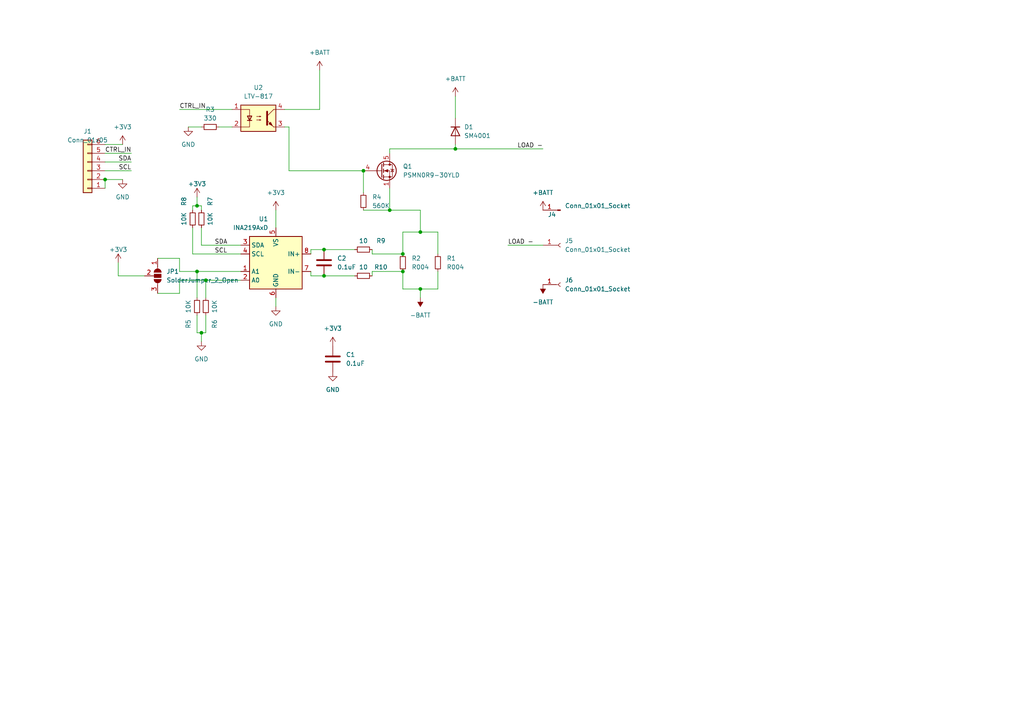
<source format=kicad_sch>
(kicad_sch (version 20230121) (generator eeschema)
  (paper "A4")
  (lib_symbols
    (symbol "Connector:Conn_01x01_Pin" (pin_names (offset 1.016) hide)
      (property "Reference" "J" (at 0 2.54 0))
      (property "Value" "Conn_01x01_Pin" (at 0 -2.54 0))
      (symbol "Conn_01x01_Pin_1_1"
        (polyline (pts (xy 1.27 0) (xy 0.8636 0)) (stroke (width 0.1524)))
        (rectangle (start 0.8636 0.127) (end 0 -0.127) (stroke (width 0.1524)) (fill (type outline)))
        (pin passive line (at 5.08 0 180) (length 3.81) (name "Pin_1") (number "1"))
      )
    )
    (symbol "Connector:Conn_01x01_Socket" (pin_names (offset 1.016) hide)
      (property "Reference" "J" (at 0 2.54 0))
      (property "Value" "Conn_01x01_Socket" (at 0 -2.54 0))
      (symbol "Conn_01x01_Socket_1_1"
        (polyline (pts (xy -1.27 0) (xy -0.508 0)) (stroke (width 0.1524)))
        (arc (start 0 0.508) (mid -0.5058 0) (end 0 -0.508) (stroke (width 0.1524)))
        (pin passive line (at -5.08 0 0) (length 3.81) (name "Pin_1") (number "1"))
      )
    )
    (symbol "Connector_Generic:Conn_01x06" (pin_names (offset 1.016) hide)
      (property "Reference" "J" (at 0 7.62 0))
      (property "Value" "Conn_01x06" (at 0 -10.16 0))
      (symbol "Conn_01x06_1_1"
        (rectangle (start -1.27 -7.493) (end 0 -7.747) (stroke (width 0.1524)))
        (rectangle (start -1.27 -4.953) (end 0 -5.207) (stroke (width 0.1524)))
        (rectangle (start -1.27 -2.413) (end 0 -2.667) (stroke (width 0.1524)))
        (rectangle (start -1.27 0.127) (end 0 -0.127) (stroke (width 0.1524)))
        (rectangle (start -1.27 2.667) (end 0 2.413) (stroke (width 0.1524)))
        (rectangle (start -1.27 5.207) (end 0 4.953) (stroke (width 0.1524)))
        (rectangle (start -1.27 6.35) (end 1.27 -8.89) (stroke (width 0.254)) (fill (type background)))
        (pin passive line (at -5.08 5.08 0) (length 3.81) (name "Pin_1") (number "1"))
        (pin passive line (at -5.08 2.54 0) (length 3.81) (name "Pin_2") (number "2"))
        (pin passive line (at -5.08 0 0) (length 3.81) (name "Pin_3") (number "3"))
        (pin passive line (at -5.08 -2.54 0) (length 3.81) (name "Pin_4") (number "4"))
        (pin passive line (at -5.08 -5.08 0) (length 3.81) (name "Pin_5") (number "5"))
        (pin passive line (at -5.08 -7.62 0) (length 3.81) (name "Pin_6") (number "6"))
      )
    )
    (symbol "Custom_Components:PSMN0R9-30YLD" (pin_names hide)
      (property "Reference" "Q" (at 6.35 2.54 0))
      (property "Value" "PSMN0R9-30YLD" (at 12.7 0 0))
      (symbol "PSMN0R9-30YLD_0_1"
        (polyline (pts (xy 0.254 0) (xy -2.54 0)))
        (polyline (pts (xy 0.254 1.905) (xy 0.254 -1.905)) (stroke (width 0.254)))
        (polyline (pts (xy 0.762 -1.27) (xy 0.762 -2.286)) (stroke (width 0.254)))
        (polyline (pts (xy 0.762 0.508) (xy 0.762 -0.508)) (stroke (width 0.254)))
        (polyline (pts (xy 0.762 2.286) (xy 0.762 1.27)) (stroke (width 0.254)))
        (polyline (pts (xy 2.54 2.54) (xy 2.54 1.778)))
        (polyline (pts (xy 2.54 -2.54) (xy 2.54 0) (xy 0.762 0)))
        (polyline (pts (xy 0.762 -1.778) (xy 3.302 -1.778) (xy 3.302 1.778) (xy 0.762 1.778)))
        (polyline (pts (xy 1.016 0) (xy 2.032 0.381) (xy 2.032 -0.381) (xy 1.016 0)) (fill (type outline)))
        (polyline (pts (xy 2.794 0.508) (xy 2.921 0.381) (xy 3.683 0.381) (xy 3.81 0.254)))
        (polyline (pts (xy 3.302 0.381) (xy 2.921 -0.254) (xy 3.683 -0.254) (xy 3.302 0.381)))
        (circle (center 1.651 0) (radius 2.794) (stroke (width 0.254)))
        (circle (center 2.54 -1.778) (radius 0.254) (fill (type outline)))
        (circle (center 2.54 1.778) (radius 0.254) (fill (type outline)))
      )
      (symbol "PSMN0R9-30YLD_1_1"
        (pin passive line (at 2.54 -5.08 90) (length 2.54) (name "S") (number "1"))
        (pin passive line (at 2.54 -5.08 90) (length 2.54) hide (name "S") (number "2"))
        (pin passive line (at 2.54 -5.08 90) (length 2.54) hide (name "S") (number "3"))
        (pin passive line (at -5.08 0 0) (length 2.54) (name "G") (number "4"))
        (pin passive line (at 2.54 5.08 270) (length 2.54) (name "D") (number "5"))
      )
    )
    (symbol "Device:C" (pin_numbers hide) (pin_names (offset 0.254))
      (property "Reference" "C" (at 0.635 2.54 0))
      (property "Value" "C" (at 0.635 -2.54 0))
      (symbol "C_0_1"
        (polyline (pts (xy -2.032 -0.762) (xy 2.032 -0.762)) (stroke (width 0.508)))
        (polyline (pts (xy -2.032 0.762) (xy 2.032 0.762)) (stroke (width 0.508)))
      )
      (symbol "C_1_1"
        (pin passive line (at 0 3.81 270) (length 2.794) (name "~") (number "1"))
        (pin passive line (at 0 -3.81 90) (length 2.794) (name "~") (number "2"))
      )
    )
    (symbol "Device:R_Small" (pin_numbers hide) (pin_names (offset 0.254) hide)
      (property "Reference" "R" (at 0.762 0.508 0))
      (property "Value" "R_Small" (at 0.762 -1.016 0))
      (symbol "R_Small_0_1"
        (rectangle (start -0.762 1.778) (end 0.762 -1.778) (stroke (width 0.2032)))
      )
      (symbol "R_Small_1_1"
        (pin passive line (at 0 2.54 270) (length 0.762) (name "~") (number "1"))
        (pin passive line (at 0 -2.54 90) (length 0.762) (name "~") (number "2"))
      )
    )
    (symbol "Diode:SM4001" (pin_numbers hide) (pin_names hide)
      (property "Reference" "D" (at 0 2.54 0))
      (property "Value" "SM4001" (at 0 -2.54 0))
      (symbol "SM4001_0_1"
        (polyline (pts (xy -1.27 1.27) (xy -1.27 -1.27)) (stroke (width 0.254)))
        (polyline (pts (xy 1.27 0) (xy -1.27 0)))
        (polyline (pts (xy 1.27 1.27) (xy 1.27 -1.27) (xy -1.27 0) (xy 1.27 1.27)) (stroke (width 0.254)))
      )
      (symbol "SM4001_1_1"
        (pin passive line (at -3.81 0 0) (length 2.54) (name "K") (number "1"))
        (pin passive line (at 3.81 0 180) (length 2.54) (name "A") (number "2"))
      )
    )
    (symbol "Isolator:LTV-817" (pin_names (offset 1.016))
      (property "Reference" "U" (at -5.08 5.08 0))
      (property "Value" "LTV-817" (at 0 5.08 0))
      (symbol "LTV-817_0_1"
        (rectangle (start -5.08 3.81) (end 5.08 -3.81) (stroke (width 0.254)) (fill (type background)))
        (polyline (pts (xy -3.175 -0.635) (xy -1.905 -0.635)) (stroke (width 0.254)))
        (polyline (pts (xy 2.54 0.635) (xy 4.445 2.54)))
        (polyline (pts (xy 4.445 -2.54) (xy 2.54 -0.635)) (fill (type outline)))
        (polyline (pts (xy 4.445 -2.54) (xy 5.08 -2.54)))
        (polyline (pts (xy 4.445 2.54) (xy 5.08 2.54)))
        (polyline (pts (xy -5.08 2.54) (xy -2.54 2.54) (xy -2.54 -0.762)))
        (polyline (pts (xy -2.54 -0.635) (xy -2.54 -2.54) (xy -5.08 -2.54)))
        (polyline (pts (xy 2.54 1.905) (xy 2.54 -1.905) (xy 2.54 -1.905)) (stroke (width 0.508)))
        (polyline (pts (xy -2.54 -0.635) (xy -3.175 0.635) (xy -1.905 0.635) (xy -2.54 -0.635)) (stroke (width 0.254)))
        (polyline (pts (xy -0.508 -0.508) (xy 0.762 -0.508) (xy 0.381 -0.635) (xy 0.381 -0.381) (xy 0.762 -0.508)))
        (polyline (pts (xy -0.508 0.508) (xy 0.762 0.508) (xy 0.381 0.381) (xy 0.381 0.635) (xy 0.762 0.508)))
        (polyline (pts (xy 3.048 -1.651) (xy 3.556 -1.143) (xy 4.064 -2.159) (xy 3.048 -1.651) (xy 3.048 -1.651)) (fill (type outline)))
      )
      (symbol "LTV-817_1_1"
        (pin passive line (at -7.62 2.54 0) (length 2.54) (name "~") (number "1"))
        (pin passive line (at -7.62 -2.54 0) (length 2.54) (name "~") (number "2"))
        (pin passive line (at 7.62 -2.54 180) (length 2.54) (name "~") (number "3"))
        (pin passive line (at 7.62 2.54 180) (length 2.54) (name "~") (number "4"))
      )
    )
    (symbol "Jumper:SolderJumper_3_Open" (pin_names (offset 0) hide)
      (property "Reference" "JP" (at -2.54 -2.54 0))
      (property "Value" "SolderJumper_3_Open" (at 0 2.794 0))
      (symbol "SolderJumper_3_Open_0_1"
        (arc (start -1.016 1.016) (mid -2.0276 0) (end -1.016 -1.016))
        (arc (start -1.016 1.016) (mid -2.0276 0) (end -1.016 -1.016) (fill (type outline)))
        (rectangle (start -0.508 1.016) (end 0.508 -1.016) (fill (type outline)))
        (polyline (pts (xy -2.54 0) (xy -2.032 0)))
        (polyline (pts (xy -1.016 1.016) (xy -1.016 -1.016)))
        (polyline (pts (xy 0 -1.27) (xy 0 -1.016)))
        (polyline (pts (xy 1.016 1.016) (xy 1.016 -1.016)))
        (polyline (pts (xy 2.54 0) (xy 2.032 0)))
        (arc (start 1.016 -1.016) (mid 2.0276 0) (end 1.016 1.016))
        (arc (start 1.016 -1.016) (mid 2.0276 0) (end 1.016 1.016) (fill (type outline)))
      )
      (symbol "SolderJumper_3_Open_1_1"
        (pin passive line (at -5.08 0 0) (length 2.54) (name "A") (number "1"))
        (pin passive line (at 0 -3.81 90) (length 2.54) (name "C") (number "2"))
        (pin passive line (at 5.08 0 180) (length 2.54) (name "B") (number "3"))
      )
    )
    (symbol "Sensor_Energy:INA219AxD"
      (property "Reference" "U" (at -6.35 8.89 0))
      (property "Value" "INA219AxD" (at 5.08 8.89 0))
      (symbol "INA219AxD_0_1"
        (rectangle (start -7.62 7.62) (end 7.62 -7.62) (stroke (width 0.254)) (fill (type background)))
      )
      (symbol "INA219AxD_1_1"
        (pin input line (at 10.16 -2.54 180) (length 2.54) (name "A1") (number "1"))
        (pin input line (at 10.16 -5.08 180) (length 2.54) (name "A0") (number "2"))
        (pin bidirectional line (at 10.16 5.08 180) (length 2.54) (name "SDA") (number "3"))
        (pin input line (at 10.16 2.54 180) (length 2.54) (name "SCL") (number "4"))
        (pin power_in line (at 0 10.16 270) (length 2.54) (name "VS") (number "5"))
        (pin power_in line (at 0 -10.16 90) (length 2.54) (name "GND") (number "6"))
        (pin input line (at -10.16 -2.54 0) (length 2.54) (name "IN-") (number "7"))
        (pin input line (at -10.16 2.54 0) (length 2.54) (name "IN+") (number "8"))
      )
    )
    (symbol "power:+3V3" (power) (pin_names (offset 0))
      (property "Value" "+3V3" (at 0 3.556 0))
      (symbol "+3V3_0_1"
        (polyline (pts (xy -0.762 1.27) (xy 0 2.54)))
        (polyline (pts (xy 0 0) (xy 0 2.54)))
        (polyline (pts (xy 0 2.54) (xy 0.762 1.27)))
      )
      (symbol "+3V3_1_1"
        (pin power_in line (at 0 0 90) (length 0) hide (name "+3V3") (number "1"))
      )
    )
    (symbol "power:+BATT" (power) (pin_names (offset 0))
      (property "Value" "+BATT" (at 0 3.556 0))
      (symbol "+BATT_0_1"
        (polyline (pts (xy -0.762 1.27) (xy 0 2.54)))
        (polyline (pts (xy 0 0) (xy 0 2.54)))
        (polyline (pts (xy 0 2.54) (xy 0.762 1.27)))
      )
      (symbol "+BATT_1_1"
        (pin power_in line (at 0 0 90) (length 0) hide (name "+BATT") (number "1"))
      )
    )
    (symbol "power:-BATT" (power) (pin_names (offset 0))
      (property "Value" "-BATT" (at 0 3.556 0))
      (symbol "-BATT_0_1"
        (polyline (pts (xy 0 0) (xy 0 2.54)))
        (polyline (pts (xy 0.762 1.27) (xy -0.762 1.27) (xy 0 2.54) (xy 0.762 1.27)) (fill (type outline)))
      )
      (symbol "-BATT_1_1"
        (pin power_in line (at 0 0 90) (length 0) hide (name "-BATT") (number "1"))
      )
    )
    (symbol "power:GND" (power) (pin_names (offset 0))
      (property "Value" "GND" (at 0 -3.81 0))
      (symbol "GND_0_1"
        (polyline (pts (xy 0 0) (xy 0 -1.27) (xy 1.27 -1.27) (xy 0 -2.54) (xy -1.27 -1.27) (xy 0 -1.27)))
      )
      (symbol "GND_1_1"
        (pin power_in line (at 0 0 270) (length 0) hide (name "GND") (number "1"))
      )
    )
  )
  (junction (at 121.92 67.31))
  (junction (at 30.48 52.07))
  (junction (at 116.84 78.74))
  (junction (at 93.98 80.01))
  (junction (at 93.98 72.39))
  (junction (at 57.15 78.74))
  (junction (at 113.03 60.96))
  (junction (at 132.08 43.18))
  (junction (at 57.15 59.69))
  (junction (at 105.41 49.53))
  (junction (at 121.92 83.82))
  (junction (at 116.84 73.66))
  (junction (at 58.42 96.52))
  (junction (at 59.69 81.28))
  (wire (pts (xy 35.56 52.07) (xy 30.48 52.07)))
  (wire (pts (xy 116.84 67.31) (xy 121.92 67.31)))
  (wire (pts (xy 107.95 78.74) (xy 116.84 78.74)))
  (wire (pts (xy 55.88 66.04) (xy 55.88 73.66)))
  (wire (pts (xy 52.07 31.75) (xy 67.31 31.75)))
  (wire (pts (xy 90.17 72.39) (xy 90.17 73.66)))
  (wire (pts (xy 90.17 72.39) (xy 93.98 72.39)))
  (wire (pts (xy 52.07 81.28) (xy 59.69 81.28)))
  (wire (pts (xy 80.01 88.9) (xy 80.01 86.36)))
  (wire (pts (xy 45.72 74.93) (xy 52.07 74.93)))
  (wire (pts (xy 30.48 44.45) (xy 38.1 44.45)))
  (wire (pts (xy 107.95 73.66) (xy 116.84 73.66)))
  (wire (pts (xy 54.61 36.83) (xy 58.42 36.83)))
  (wire (pts (xy 121.92 60.96) (xy 113.03 60.96)))
  (wire (pts (xy 116.84 78.74) (xy 116.84 83.82)))
  (wire (pts (xy 58.42 71.12) (xy 69.85 71.12)))
  (wire (pts (xy 107.95 80.01) (xy 107.95 78.74)))
  (wire (pts (xy 57.15 78.74) (xy 69.85 78.74)))
  (wire (pts (xy 90.17 80.01) (xy 90.17 78.74)))
  (wire (pts (xy 107.95 72.39) (xy 107.95 73.66)))
  (wire (pts (xy 30.48 49.53) (xy 38.1 49.53)))
  (wire (pts (xy 30.48 41.91) (xy 35.56 41.91)))
  (wire (pts (xy 121.92 60.96) (xy 121.92 67.31)))
  (wire (pts (xy 121.92 83.82) (xy 116.84 83.82)))
  (wire (pts (xy 105.41 49.53) (xy 105.41 55.88)))
  (wire (pts (xy 121.92 83.82) (xy 127 83.82)))
  (wire (pts (xy 127 67.31) (xy 127 73.66)))
  (wire (pts (xy 58.42 99.06) (xy 58.42 96.52)))
  (wire (pts (xy 59.69 81.28) (xy 69.85 81.28)))
  (wire (pts (xy 52.07 74.93) (xy 52.07 78.74)))
  (wire (pts (xy 63.5 36.83) (xy 67.31 36.83)))
  (wire (pts (xy 83.82 36.83) (xy 83.82 49.53)))
  (wire (pts (xy 55.88 73.66) (xy 69.85 73.66)))
  (wire (pts (xy 132.08 43.18) (xy 113.03 43.18)))
  (wire (pts (xy 57.15 78.74) (xy 57.15 86.36)))
  (wire (pts (xy 57.15 96.52) (xy 57.15 91.44)))
  (wire (pts (xy 121.92 67.31) (xy 127 67.31)))
  (wire (pts (xy 52.07 85.09) (xy 52.07 81.28)))
  (wire (pts (xy 132.08 43.18) (xy 157.48 43.18)))
  (wire (pts (xy 82.55 36.83) (xy 83.82 36.83)))
  (wire (pts (xy 58.42 60.96) (xy 58.42 59.69)))
  (wire (pts (xy 58.42 59.69) (xy 57.15 59.69)))
  (wire (pts (xy 113.03 43.18) (xy 113.03 44.45)))
  (wire (pts (xy 147.32 71.12) (xy 157.48 71.12)))
  (wire (pts (xy 132.08 41.91) (xy 132.08 43.18)))
  (wire (pts (xy 58.42 96.52) (xy 59.69 96.52)))
  (wire (pts (xy 113.03 54.61) (xy 113.03 60.96)))
  (wire (pts (xy 90.17 80.01) (xy 93.98 80.01)))
  (wire (pts (xy 83.82 49.53) (xy 105.41 49.53)))
  (wire (pts (xy 93.98 80.01) (xy 102.87 80.01)))
  (wire (pts (xy 59.69 96.52) (xy 59.69 91.44)))
  (wire (pts (xy 132.08 27.94) (xy 132.08 34.29)))
  (wire (pts (xy 30.48 52.07) (xy 30.48 54.61)))
  (wire (pts (xy 82.55 31.75) (xy 92.71 31.75)))
  (wire (pts (xy 55.88 60.96) (xy 55.88 59.69)))
  (wire (pts (xy 30.48 46.99) (xy 38.1 46.99)))
  (wire (pts (xy 57.15 59.69) (xy 57.15 57.15)))
  (wire (pts (xy 34.29 80.01) (xy 41.91 80.01)))
  (wire (pts (xy 52.07 78.74) (xy 57.15 78.74)))
  (wire (pts (xy 57.15 96.52) (xy 58.42 96.52)))
  (wire (pts (xy 93.98 72.39) (xy 102.87 72.39)))
  (wire (pts (xy 121.92 86.36) (xy 121.92 83.82)))
  (wire (pts (xy 80.01 60.96) (xy 80.01 66.04)))
  (wire (pts (xy 34.29 76.2) (xy 34.29 80.01)))
  (wire (pts (xy 105.41 60.96) (xy 113.03 60.96)))
  (wire (pts (xy 58.42 66.04) (xy 58.42 71.12)))
  (wire (pts (xy 59.69 86.36) (xy 59.69 81.28)))
  (wire (pts (xy 45.72 85.09) (xy 52.07 85.09)))
  (wire (pts (xy 92.71 20.32) (xy 92.71 31.75)))
  (wire (pts (xy 127 78.74) (xy 127 83.82)))
  (wire (pts (xy 116.84 67.31) (xy 116.84 73.66)))
  (wire (pts (xy 57.15 59.69) (xy 55.88 59.69)))
  (label "SDA" (at 38.1 46.99 180))
  (label "SDA" (at 62.23 71.12 0))
  (label "CTRL_IN" (at 52.07 31.75 0))
  (label "SCL" (at 62.23 73.66 0))
  (label "SCL" (at 38.1 49.53 180))
  (label "LOAD -" (at 147.32 71.12 0))
  (label "CTRL_IN" (at 38.1 44.45 180))
  (label "LOAD -" (at 157.48 43.18 180))
  (symbol (lib_id "power:+BATT") (at 132.08 27.94 0) (unit 1)
    (property "Reference" "#PWR02" (effects hide))
    (property "Value" "+BATT" (at 132.08 22.86 0))
  )
  (symbol (lib_id "Connector:Conn_01x01_Socket") (at 162.56 71.12 0) (unit 1)
    (property "Reference" "J5" (at 163.83 69.85 0) (effects (justify left)))
    (property "Value" "Conn_01x01_Socket" (at 163.83 72.39 0) (effects (justify left)))
    (property "Footprint" "MountingHole:MountingHole_5mm_Pad_Via" (effects hide))
  )
  (symbol (lib_id "Device:R_Small") (at 60.96 36.83 90) (unit 1)
    (property "Reference" "R3" (at 60.96 31.75 90))
    (property "Value" "330" (at 60.96 34.29 90))
    (property "Footprint" "Resistor_SMD:R_1206_3216Metric" (effects hide))
  )
  (symbol (lib_id "power:-BATT") (at 121.92 86.36 180) (unit 1)
    (property "Reference" "#PWR04" (effects hide))
    (property "Value" "-BATT" (at 121.92 91.44 0))
  )
  (symbol (lib_id "power:+3V3") (at 34.29 76.2 0) (unit 1)
    (property "Reference" "#PWR011" (effects hide))
    (property "Value" "+3V3" (at 34.29 72.39 0))
  )
  (symbol (lib_id "power:+3V3") (at 57.15 57.15 0) (unit 1)
    (property "Reference" "#PWR03" (effects hide))
    (property "Value" "+3V3" (at 57.15 53.34 0))
  )
  (symbol (lib_id "Device:R_Small") (at 105.41 72.39 90) (unit 1)
    (property "Reference" "R9" (at 110.49 69.85 90))
    (property "Value" "10" (at 105.41 69.85 90))
    (property "Footprint" "Resistor_SMD:R_1206_3216Metric" (effects hide))
  )
  (symbol (lib_id "Sensor_Energy:INA219AxD") (at 80.01 76.2 0) (mirror y) (unit 1)
    (property "Reference" "U1" (at 77.8159 63.5 0) (effects (justify left)))
    (property "Value" "INA219AxD" (at 77.8159 66.04 0) (effects (justify left)))
    (property "Footprint" "Package_SO:SOIC-8_3.9x4.9mm_P1.27mm" (effects hide))
    (property "Datasheet" "http://www.ti.com/lit/ds/symlink/ina219.pdf" (effects hide))
  )
  (symbol (lib_id "Connector_Generic:Conn_01x06") (at 25.4 49.53 180) (unit 1)
    (property "Reference" "J1" (at 25.4 38.1 0))
    (property "Value" "Conn_01x05" (at 25.4 40.64 0))
    (property "Footprint" "Connector_JST:JST_PH_B6B-PH-K_1x06_P2.00mm_Vertical" (effects hide))
  )
  (symbol (lib_id "power:GND") (at 35.56 52.07 0) (unit 1)
    (property "Reference" "#PWR08" (effects hide))
    (property "Value" "GND" (at 35.56 57.15 0))
  )
  (symbol (lib_id "Diode:SM4001") (at 132.08 38.1 270) (unit 1)
    (property "Reference" "D1" (at 134.62 36.83 90) (effects (justify left)))
    (property "Value" "SM4001" (at 134.62 39.37 90) (effects (justify left)))
    (property "Footprint" "Diode_SMD:D_SMA" (effects hide))
    (property "Datasheet" "http://cdn-reichelt.de/documents/datenblatt/A400/SMD1N400%23DIO.pdf" (effects hide))
    (property "Sim.Device" "D" (effects hide))
    (property "Sim.Pins" "1=K 2=A" (effects hide))
  )
  (symbol (lib_id "Connector:Conn_01x01_Socket") (at 162.56 82.55 0) (unit 1)
    (property "Reference" "J6" (at 163.83 81.28 0) (effects (justify left)))
    (property "Value" "Conn_01x01_Socket" (at 163.83 83.82 0) (effects (justify left)))
    (property "Footprint" "MountingHole:MountingHole_5mm_Pad_Via" (effects hide))
  )
  (symbol (lib_id "power:GND") (at 58.42 99.06 0) (unit 1)
    (property "Reference" "#PWR010" (effects hide))
    (property "Value" "GND" (at 58.42 104.14 0))
  )
  (symbol (lib_id "Device:R_Small") (at 57.15 88.9 180) (unit 1)
    (property "Reference" "R5" (at 54.61 93.98 90))
    (property "Value" "10K" (at 54.61 88.9 90))
    (property "Footprint" "Resistor_SMD:R_1206_3216Metric" (effects hide))
  )
  (symbol (lib_id "power:+3V3") (at 96.52 100.33 0) (unit 1)
    (property "Reference" "#PWR012" (effects hide))
    (property "Value" "+3V3" (at 96.52 95.25 0))
  )
  (symbol (lib_id "power:+3V3") (at 80.01 60.96 0) (unit 1)
    (property "Reference" "#PWR01" (effects hide))
    (property "Value" "+3V3" (at 80.01 55.88 0))
  )
  (symbol (lib_id "power:GND") (at 80.01 88.9 0) (unit 1)
    (property "Reference" "#PWR09" (effects hide))
    (property "Value" "GND" (at 80.01 93.98 0))
  )
  (symbol (lib_id "Device:R_Small") (at 55.88 63.5 180) (unit 1)
    (property "Reference" "R8" (at 53.34 58.42 90))
    (property "Value" "10K" (at 53.34 63.5 90))
    (property "Footprint" "Resistor_SMD:R_1206_3216Metric" (effects hide))
  )
  (symbol (lib_id "Device:R_Small") (at 58.42 63.5 0) (unit 1)
    (property "Reference" "R7" (at 60.96 58.42 90))
    (property "Value" "10K" (at 60.96 63.5 90))
    (property "Footprint" "Resistor_SMD:R_1206_3216Metric" (effects hide))
  )
  (symbol (lib_id "Custom_Components:PSMN0R9-30YLD") (at 110.49 49.53 0) (unit 1)
    (property "Reference" "Q1" (at 116.84 48.26 0) (effects (justify left)))
    (property "Value" "PSMN0R9-30YLD" (at 116.84 50.8 0) (effects (justify left)))
    (property "Footprint" "Package_TO_SOT_SMD:LFPAK56" (effects hide))
    (property "Datasheet" "https://assets.nexperia.com/documents/data-sheet/PSMN5R2-60YL.pdf" (effects hide))
  )
  (symbol (lib_id "power:+3V3") (at 35.56 41.91 0) (unit 1)
    (property "Reference" "#PWR07" (effects hide))
    (property "Value" "+3V3" (at 35.56 36.83 0))
  )
  (symbol (lib_id "Device:C") (at 93.98 76.2 0) (unit 1)
    (property "Reference" "C2" (at 97.79 74.93 0) (effects (justify left)))
    (property "Value" "0.1uF" (at 97.79 77.47 0) (effects (justify left)))
    (property "Footprint" "Capacitor_SMD:C_0805_2012Metric" (effects hide))
  )
  (symbol (lib_id "Device:R_Small") (at 59.69 88.9 0) (unit 1)
    (property "Reference" "R6" (at 62.23 93.98 90))
    (property "Value" "10K" (at 62.23 88.9 90))
    (property "Footprint" "Resistor_SMD:R_1206_3216Metric" (effects hide))
  )
  (symbol (lib_id "Device:R_Small") (at 127 76.2 0) (unit 1)
    (property "Reference" "R1" (at 129.54 74.93 0) (effects (justify left)))
    (property "Value" "R004" (at 129.54 77.47 0) (effects (justify left)))
    (property "Footprint" "Resistor_SMD:R_2816_7142Metric" (effects hide))
  )
  (symbol (lib_id "power:GND") (at 54.61 36.83 0) (unit 1)
    (property "Reference" "#PWR06" (effects hide))
    (property "Value" "GND" (at 54.61 41.91 0))
  )
  (symbol (lib_id "Device:C") (at 96.52 104.14 0) (unit 1)
    (property "Reference" "C1" (at 100.33 102.87 0) (effects (justify left)))
    (property "Value" "0.1uF" (at 100.33 105.41 0) (effects (justify left)))
    (property "Footprint" "Capacitor_SMD:C_0805_2012Metric" (effects hide))
  )
  (symbol (lib_id "Isolator:LTV-817") (at 74.93 34.29 0) (unit 1)
    (property "Reference" "U2" (at 74.93 25.4 0))
    (property "Value" "LTV-817" (at 74.93 27.94 0))
    (property "Footprint" "Package_DIP:DIP-4_W7.62mm" (effects hide))
    (property "Datasheet" "http://www.us.liteon.com/downloads/LTV-817-827-847.PDF" (effects hide))
  )
  (symbol (lib_id "Jumper:SolderJumper_3_Open") (at 45.72 80.01 270) (unit 1)
    (property "Reference" "JP1" (at 48.26 78.74 90) (effects (justify left)))
    (property "Value" "SolderJumper_2_Open" (at 48.26 81.28 90) (effects (justify left)))
    (property "Footprint" "Jumper:SolderJumper-3_P1.3mm_Open_RoundedPad1.0x1.5mm" (effects hide))
  )
  (symbol (lib_id "Connector:Conn_01x01_Pin") (at 162.56 60.96 180) (unit 1)
    (property "Reference" "J4" (at 161.29 62.23 0) (effects (justify left)))
    (property "Value" "Conn_01x01_Socket" (at 182.88 59.69 0) (effects (justify left)))
    (property "Footprint" "Connector_PinHeader_2.54mm:PinHeader_1x01_P2.54mm_Vertical" (effects hide))
  )
  (symbol (lib_id "power:-BATT") (at 157.48 82.55 180) (unit 1)
    (property "Reference" "#PWR015" (effects hide))
    (property "Value" "-BATT" (at 157.48 87.63 0))
  )
  (symbol (lib_id "Device:R_Small") (at 116.84 76.2 0) (unit 1)
    (property "Reference" "R2" (at 119.38 74.93 0) (effects (justify left)))
    (property "Value" "R004" (at 119.38 77.47 0) (effects (justify left)))
    (property "Footprint" "Resistor_SMD:R_2816_7142Metric" (effects hide))
  )
  (symbol (lib_id "Device:R_Small") (at 105.41 58.42 0) (unit 1)
    (property "Reference" "R4" (at 107.95 57.15 0) (effects (justify left)))
    (property "Value" "560K" (at 107.95 59.69 0) (effects (justify left)))
    (property "Footprint" "Resistor_SMD:R_1206_3216Metric" (effects hide))
  )
  (symbol (lib_id "power:+BATT") (at 92.71 20.32 0) (unit 1)
    (property "Reference" "#PWR05" (effects hide))
    (property "Value" "+BATT" (at 92.71 15.24 0))
  )
  (symbol (lib_id "Device:R_Small") (at 105.41 80.01 90) (unit 1)
    (property "Reference" "R10" (at 110.49 77.47 90))
    (property "Value" "10" (at 105.41 77.47 90))
    (property "Footprint" "Resistor_SMD:R_1206_3216Metric" (effects hide))
  )
  (symbol (lib_id "power:GND") (at 96.52 107.95 0) (unit 1)
    (property "Reference" "#PWR013" (effects hide))
    (property "Value" "GND" (at 96.52 113.03 0))
  )
  (symbol (lib_id "power:+BATT") (at 157.48 60.96 0) (unit 1)
    (property "Reference" "#PWR014" (effects hide))
    (property "Value" "+BATT" (at 157.48 55.88 0))
  )
)
</source>
